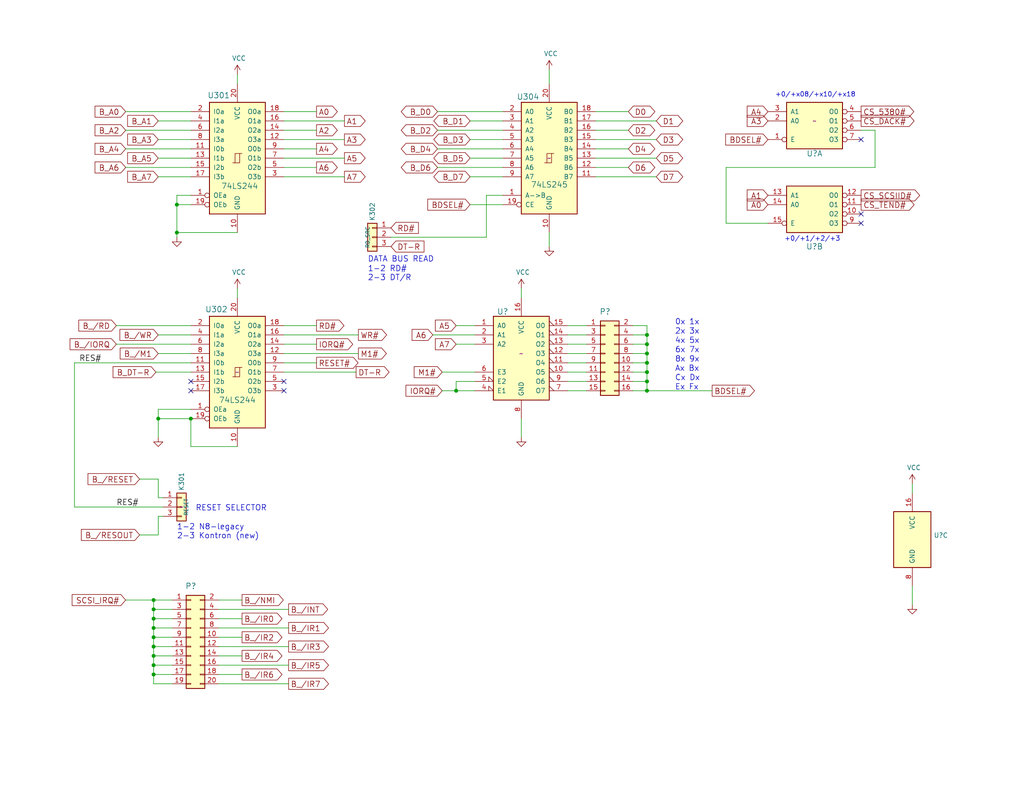
<source format=kicad_sch>
(kicad_sch (version 20211123) (generator eeschema)
  (paper "A")
  (title_block (title "ECB SCSI-1.0") (date "2020-12-30") (rev "001") (company "RetroBrew Computers Group") (comment 1 "Licensed for hobbyist use only.") (comment 2 "Copyright (c) 2020 Richard Cini. All Rights Reserved."))
  (lib_symbols
    (symbol "74xx:74LS138" (pin_names (offset 1.016))
      (property "Reference" "U" (at -7.62 11.43 0))
      (property "Value" "74LS138" (at -7.62 -13.97 0))
      (symbol "74LS138_1_0"
        (pin input line (at -12.7 7.62 0) (length 5.08) (name "A0") (number "1"))
        (pin output output_low (at 12.7 -5.08 180) (length 5.08) (name "O5") (number "10"))
        (pin output output_low (at 12.7 -2.54 180) (length 5.08) (name "O4") (number "11"))
        (pin output output_low (at 12.7 0 180) (length 5.08) (name "O3") (number "12"))
        (pin output output_low (at 12.7 2.54 180) (length 5.08) (name "O2") (number "13"))
        (pin output output_low (at 12.7 5.08 180) (length 5.08) (name "O1") (number "14"))
        (pin output output_low (at 12.7 7.62 180) (length 5.08) (name "O0") (number "15"))
        (pin power_in line (at 0 15.24 270) (length 5.08) (name "VCC") (number "16"))
        (pin input line (at -12.7 5.08 0) (length 5.08) (name "A1") (number "2"))
        (pin input line (at -12.7 2.54 0) (length 5.08) (name "A2") (number "3"))
        (pin input input_low (at -12.7 -10.16 0) (length 5.08) (name "E1") (number "4"))
        (pin input input_low (at -12.7 -7.62 0) (length 5.08) (name "E2") (number "5"))
        (pin input line (at -12.7 -5.08 0) (length 5.08) (name "E3") (number "6"))
        (pin output output_low (at 12.7 -10.16 180) (length 5.08) (name "O7") (number "7"))
        (pin power_in line (at 0 -17.78 90) (length 5.08) (name "GND") (number "8"))
        (pin output output_low (at 12.7 -7.62 180) (length 5.08) (name "O6") (number "9"))
      )
      (symbol "74LS138_1_1"
        (rectangle (start -7.62 10.16) (end 7.62 -12.7) (stroke (width 0.254)) (fill (type background)))
      )
    )
    (symbol "74xx:74LS139" (pin_names (offset 1.016))
      (property "Reference" "U" (at -7.62 8.89 0))
      (property "Value" "74LS139" (at -7.62 -8.89 0))
      (symbol "74LS139_1_0"
        (pin input inverted (at -12.7 -5.08 0) (length 5.08) (name "E") (number "1"))
        (pin input line (at -12.7 0 0) (length 5.08) (name "A0") (number "2"))
        (pin input line (at -12.7 2.54 0) (length 5.08) (name "A1") (number "3"))
        (pin output inverted (at 12.7 2.54 180) (length 5.08) (name "O0") (number "4"))
        (pin output inverted (at 12.7 0 180) (length 5.08) (name "O1") (number "5"))
        (pin output inverted (at 12.7 -2.54 180) (length 5.08) (name "O2") (number "6"))
        (pin output inverted (at 12.7 -5.08 180) (length 5.08) (name "O3") (number "7"))
      )
      (symbol "74LS139_1_1"
        (rectangle (start -7.62 5.08) (end 7.62 -7.62) (stroke (width 0.254)) (fill (type background)))
      )
      (symbol "74LS139_2_0"
        (pin output inverted (at 12.7 -2.54 180) (length 5.08) (name "O2") (number "10"))
        (pin output inverted (at 12.7 0 180) (length 5.08) (name "O1") (number "11"))
        (pin output inverted (at 12.7 2.54 180) (length 5.08) (name "O0") (number "12"))
        (pin input line (at -12.7 2.54 0) (length 5.08) (name "A1") (number "13"))
        (pin input line (at -12.7 0 0) (length 5.08) (name "A0") (number "14"))
        (pin input inverted (at -12.7 -5.08 0) (length 5.08) (name "E") (number "15"))
        (pin output inverted (at 12.7 -5.08 180) (length 5.08) (name "O3") (number "9"))
      )
      (symbol "74LS139_2_1"
        (rectangle (start -7.62 5.08) (end 7.62 -7.62) (stroke (width 0.254)) (fill (type background)))
      )
      (symbol "74LS139_3_0"
        (pin power_in line (at 0 12.7 270) (length 5.08) (name "VCC") (number "16"))
        (pin power_in line (at 0 -12.7 90) (length 5.08) (name "GND") (number "8"))
      )
      (symbol "74LS139_3_1"
        (rectangle (start -5.08 7.62) (end 5.08 -7.62) (stroke (width 0.254)) (fill (type background)))
      )
    )
    (symbol "74xx:74LS244" (pin_names (offset 1.016))
      (property "Reference" "U" (at -7.62 16.51 0))
      (property "Value" "74LS244" (at -7.62 -16.51 0))
      (symbol "74LS244_1_0"
        (polyline (pts (xy -0.635 -1.27) (xy -0.635 1.27) (xy 0.635 1.27)))
        (polyline (pts (xy -1.27 -1.27) (xy 0.635 -1.27) (xy 0.635 1.27) (xy 1.27 1.27)))
        (pin input inverted (at -12.7 -10.16 0) (length 5.08) (name "OEa") (number "1"))
        (pin power_in line (at 0 -20.32 90) (length 5.08) (name "GND") (number "10"))
        (pin input line (at -12.7 2.54 0) (length 5.08) (name "I0b") (number "11"))
        (pin tri_state line (at 12.7 5.08 180) (length 5.08) (name "O3a") (number "12"))
        (pin input line (at -12.7 0 0) (length 5.08) (name "I1b") (number "13"))
        (pin tri_state line (at 12.7 7.62 180) (length 5.08) (name "O2a") (number "14"))
        (pin input line (at -12.7 -2.54 0) (length 5.08) (name "I2b") (number "15"))
        (pin tri_state line (at 12.7 10.16 180) (length 5.08) (name "O1a") (number "16"))
        (pin input line (at -12.7 -5.08 0) (length 5.08) (name "I3b") (number "17"))
        (pin tri_state line (at 12.7 12.7 180) (length 5.08) (name "O0a") (number "18"))
        (pin input inverted (at -12.7 -12.7 0) (length 5.08) (name "OEb") (number "19"))
        (pin input line (at -12.7 12.7 0) (length 5.08) (name "I0a") (number "2"))
        (pin power_in line (at 0 20.32 270) (length 5.08) (name "VCC") (number "20"))
        (pin tri_state line (at 12.7 -5.08 180) (length 5.08) (name "O3b") (number "3"))
        (pin input line (at -12.7 10.16 0) (length 5.08) (name "I1a") (number "4"))
        (pin tri_state line (at 12.7 -2.54 180) (length 5.08) (name "O2b") (number "5"))
        (pin input line (at -12.7 7.62 0) (length 5.08) (name "I2a") (number "6"))
        (pin tri_state line (at 12.7 0 180) (length 5.08) (name "O1b") (number "7"))
        (pin input line (at -12.7 5.08 0) (length 5.08) (name "I3a") (number "8"))
        (pin tri_state line (at 12.7 2.54 180) (length 5.08) (name "O0b") (number "9"))
      )
      (symbol "74LS244_1_1"
        (rectangle (start -7.62 15.24) (end 7.62 -15.24) (stroke (width 0.254)) (fill (type background)))
      )
    )
    (symbol "74xx:74LS245" (pin_names (offset 1.016))
      (property "Reference" "U" (at -7.62 16.51 0))
      (property "Value" "74LS245" (at -7.62 -16.51 0))
      (symbol "74LS245_1_0"
        (polyline (pts (xy -0.635 -1.27) (xy -0.635 1.27) (xy 0.635 1.27)))
        (polyline (pts (xy -1.27 -1.27) (xy 0.635 -1.27) (xy 0.635 1.27) (xy 1.27 1.27)))
        (pin input line (at -12.7 -10.16 0) (length 5.08) (name "A->B") (number "1"))
        (pin power_in line (at 0 -20.32 90) (length 5.08) (name "GND") (number "10"))
        (pin tri_state line (at 12.7 -5.08 180) (length 5.08) (name "B7") (number "11"))
        (pin tri_state line (at 12.7 -2.54 180) (length 5.08) (name "B6") (number "12"))
        (pin tri_state line (at 12.7 0 180) (length 5.08) (name "B5") (number "13"))
        (pin tri_state line (at 12.7 2.54 180) (length 5.08) (name "B4") (number "14"))
        (pin tri_state line (at 12.7 5.08 180) (length 5.08) (name "B3") (number "15"))
        (pin tri_state line (at 12.7 7.62 180) (length 5.08) (name "B2") (number "16"))
        (pin tri_state line (at 12.7 10.16 180) (length 5.08) (name "B1") (number "17"))
        (pin tri_state line (at 12.7 12.7 180) (length 5.08) (name "B0") (number "18"))
        (pin input inverted (at -12.7 -12.7 0) (length 5.08) (name "CE") (number "19"))
        (pin tri_state line (at -12.7 12.7 0) (length 5.08) (name "A0") (number "2"))
        (pin power_in line (at 0 20.32 270) (length 5.08) (name "VCC") (number "20"))
        (pin tri_state line (at -12.7 10.16 0) (length 5.08) (name "A1") (number "3"))
        (pin tri_state line (at -12.7 7.62 0) (length 5.08) (name "A2") (number "4"))
        (pin tri_state line (at -12.7 5.08 0) (length 5.08) (name "A3") (number "5"))
        (pin tri_state line (at -12.7 2.54 0) (length 5.08) (name "A4") (number "6"))
        (pin tri_state line (at -12.7 0 0) (length 5.08) (name "A5") (number "7"))
        (pin tri_state line (at -12.7 -2.54 0) (length 5.08) (name "A6") (number "8"))
        (pin tri_state line (at -12.7 -5.08 0) (length 5.08) (name "A7") (number "9"))
      )
      (symbol "74LS245_1_1"
        (rectangle (start -7.62 15.24) (end 7.62 -15.24) (stroke (width 0.254)) (fill (type background)))
      )
    )
    (symbol "Connector_Generic:Conn_01x03" (pin_names (offset 1.016) hide)
      (property "Reference" "J" (at 0 5.08 0))
      (property "Value" "Conn_01x03" (at 0 -5.08 0))
      (symbol "Conn_01x03_1_1"
        (rectangle (start -1.27 -2.413) (end 0 -2.667) (stroke (width 0.1524)))
        (rectangle (start -1.27 0.127) (end 0 -0.127) (stroke (width 0.1524)))
        (rectangle (start -1.27 2.667) (end 0 2.413) (stroke (width 0.1524)))
        (rectangle (start -1.27 3.81) (end 1.27 -3.81) (stroke (width 0.254)) (fill (type background)))
        (pin passive line (at -5.08 2.54 0) (length 3.81) (name "Pin_1") (number "1"))
        (pin passive line (at -5.08 0 0) (length 3.81) (name "Pin_2") (number "2"))
        (pin passive line (at -5.08 -2.54 0) (length 3.81) (name "Pin_3") (number "3"))
      )
    )
    (symbol "Connector_Generic:Conn_02x08_Odd_Even" (pin_names (offset 1.016) hide)
      (property "Reference" "J" (at 1.27 10.16 0))
      (property "Value" "Conn_02x08_Odd_Even" (at 1.27 -12.7 0))
      (symbol "Conn_02x08_Odd_Even_1_1"
        (rectangle (start -1.27 -10.033) (end 0 -10.287) (stroke (width 0.1524)))
        (rectangle (start -1.27 -7.493) (end 0 -7.747) (stroke (width 0.1524)))
        (rectangle (start -1.27 -4.953) (end 0 -5.207) (stroke (width 0.1524)))
        (rectangle (start -1.27 -2.413) (end 0 -2.667) (stroke (width 0.1524)))
        (rectangle (start -1.27 0.127) (end 0 -0.127) (stroke (width 0.1524)))
        (rectangle (start -1.27 2.667) (end 0 2.413) (stroke (width 0.1524)))
        (rectangle (start -1.27 5.207) (end 0 4.953) (stroke (width 0.1524)))
        (rectangle (start -1.27 7.747) (end 0 7.493) (stroke (width 0.1524)))
        (rectangle (start -1.27 8.89) (end 3.81 -11.43) (stroke (width 0.254)) (fill (type background)))
        (rectangle (start 3.81 -10.033) (end 2.54 -10.287) (stroke (width 0.1524)))
        (rectangle (start 3.81 -7.493) (end 2.54 -7.747) (stroke (width 0.1524)))
        (rectangle (start 3.81 -4.953) (end 2.54 -5.207) (stroke (width 0.1524)))
        (rectangle (start 3.81 -2.413) (end 2.54 -2.667) (stroke (width 0.1524)))
        (rectangle (start 3.81 0.127) (end 2.54 -0.127) (stroke (width 0.1524)))
        (rectangle (start 3.81 2.667) (end 2.54 2.413) (stroke (width 0.1524)))
        (rectangle (start 3.81 5.207) (end 2.54 4.953) (stroke (width 0.1524)))
        (rectangle (start 3.81 7.747) (end 2.54 7.493) (stroke (width 0.1524)))
        (pin passive line (at -5.08 7.62 0) (length 3.81) (name "Pin_1") (number "1"))
        (pin passive line (at 7.62 -2.54 180) (length 3.81) (name "Pin_10") (number "10"))
        (pin passive line (at -5.08 -5.08 0) (length 3.81) (name "Pin_11") (number "11"))
        (pin passive line (at 7.62 -5.08 180) (length 3.81) (name "Pin_12") (number "12"))
        (pin passive line (at -5.08 -7.62 0) (length 3.81) (name "Pin_13") (number "13"))
        (pin passive line (at 7.62 -7.62 180) (length 3.81) (name "Pin_14") (number "14"))
        (pin passive line (at -5.08 -10.16 0) (length 3.81) (name "Pin_15") (number "15"))
        (pin passive line (at 7.62 -10.16 180) (length 3.81) (name "Pin_16") (number "16"))
        (pin passive line (at 7.62 7.62 180) (length 3.81) (name "Pin_2") (number "2"))
        (pin passive line (at -5.08 5.08 0) (length 3.81) (name "Pin_3") (number "3"))
        (pin passive line (at 7.62 5.08 180) (length 3.81) (name "Pin_4") (number "4"))
        (pin passive line (at -5.08 2.54 0) (length 3.81) (name "Pin_5") (number "5"))
        (pin passive line (at 7.62 2.54 180) (length 3.81) (name "Pin_6") (number "6"))
        (pin passive line (at -5.08 0 0) (length 3.81) (name "Pin_7") (number "7"))
        (pin passive line (at 7.62 0 180) (length 3.81) (name "Pin_8") (number "8"))
        (pin passive line (at -5.08 -2.54 0) (length 3.81) (name "Pin_9") (number "9"))
      )
    )
    (symbol "Connector_Generic:Conn_02x10_Odd_Even" (pin_names (offset 1.016) hide)
      (property "Reference" "J" (at 1.27 12.7 0))
      (property "Value" "Conn_02x10_Odd_Even" (at 1.27 -15.24 0))
      (symbol "Conn_02x10_Odd_Even_1_1"
        (rectangle (start -1.27 -12.573) (end 0 -12.827) (stroke (width 0.1524)))
        (rectangle (start -1.27 -10.033) (end 0 -10.287) (stroke (width 0.1524)))
        (rectangle (start -1.27 -7.493) (end 0 -7.747) (stroke (width 0.1524)))
        (rectangle (start -1.27 -4.953) (end 0 -5.207) (stroke (width 0.1524)))
        (rectangle (start -1.27 -2.413) (end 0 -2.667) (stroke (width 0.1524)))
        (rectangle (start -1.27 0.127) (end 0 -0.127) (stroke (width 0.1524)))
        (rectangle (start -1.27 2.667) (end 0 2.413) (stroke (width 0.1524)))
        (rectangle (start -1.27 5.207) (end 0 4.953) (stroke (width 0.1524)))
        (rectangle (start -1.27 7.747) (end 0 7.493) (stroke (width 0.1524)))
        (rectangle (start -1.27 10.287) (end 0 10.033) (stroke (width 0.1524)))
        (rectangle (start -1.27 11.43) (end 3.81 -13.97) (stroke (width 0.254)) (fill (type background)))
        (rectangle (start 3.81 -12.573) (end 2.54 -12.827) (stroke (width 0.1524)))
        (rectangle (start 3.81 -10.033) (end 2.54 -10.287) (stroke (width 0.1524)))
        (rectangle (start 3.81 -7.493) (end 2.54 -7.747) (stroke (width 0.1524)))
        (rectangle (start 3.81 -4.953) (end 2.54 -5.207) (stroke (width 0.1524)))
        (rectangle (start 3.81 -2.413) (end 2.54 -2.667) (stroke (width 0.1524)))
        (rectangle (start 3.81 0.127) (end 2.54 -0.127) (stroke (width 0.1524)))
        (rectangle (start 3.81 2.667) (end 2.54 2.413) (stroke (width 0.1524)))
        (rectangle (start 3.81 5.207) (end 2.54 4.953) (stroke (width 0.1524)))
        (rectangle (start 3.81 7.747) (end 2.54 7.493) (stroke (width 0.1524)))
        (rectangle (start 3.81 10.287) (end 2.54 10.033) (stroke (width 0.1524)))
        (pin passive line (at -5.08 10.16 0) (length 3.81) (name "Pin_1") (number "1"))
        (pin passive line (at 7.62 0 180) (length 3.81) (name "Pin_10") (number "10"))
        (pin passive line (at -5.08 -2.54 0) (length 3.81) (name "Pin_11") (number "11"))
        (pin passive line (at 7.62 -2.54 180) (length 3.81) (name "Pin_12") (number "12"))
        (pin passive line (at -5.08 -5.08 0) (length 3.81) (name "Pin_13") (number "13"))
        (pin passive line (at 7.62 -5.08 180) (length 3.81) (name "Pin_14") (number "14"))
        (pin passive line (at -5.08 -7.62 0) (length 3.81) (name "Pin_15") (number "15"))
        (pin passive line (at 7.62 -7.62 180) (length 3.81) (name "Pin_16") (number "16"))
        (pin passive line (at -5.08 -10.16 0) (length 3.81) (name "Pin_17") (number "17"))
        (pin passive line (at 7.62 -10.16 180) (length 3.81) (name "Pin_18") (number "18"))
        (pin passive line (at -5.08 -12.7 0) (length 3.81) (name "Pin_19") (number "19"))
        (pin passive line (at 7.62 10.16 180) (length 3.81) (name "Pin_2") (number "2"))
        (pin passive line (at 7.62 -12.7 180) (length 3.81) (name "Pin_20") (number "20"))
        (pin passive line (at -5.08 7.62 0) (length 3.81) (name "Pin_3") (number "3"))
        (pin passive line (at 7.62 7.62 180) (length 3.81) (name "Pin_4") (number "4"))
        (pin passive line (at -5.08 5.08 0) (length 3.81) (name "Pin_5") (number "5"))
        (pin passive line (at 7.62 5.08 180) (length 3.81) (name "Pin_6") (number "6"))
        (pin passive line (at -5.08 2.54 0) (length 3.81) (name "Pin_7") (number "7"))
        (pin passive line (at 7.62 2.54 180) (length 3.81) (name "Pin_8") (number "8"))
        (pin passive line (at -5.08 0 0) (length 3.81) (name "Pin_9") (number "9"))
      )
    )
    (symbol "power:GND" (power) (pin_names (offset 0))
      (property "Value" "GND" (at 0 -3.81 0))
      (symbol "GND_0_1"
        (polyline (pts (xy 0 0) (xy 0 -1.27) (xy 1.27 -1.27) (xy 0 -2.54) (xy -1.27 -1.27) (xy 0 -1.27)))
      )
      (symbol "GND_1_1"
        (pin power_in line (at 0 0 270) (length 0) hide (name "GND") (number "1"))
      )
    )
    (symbol "power:VCC" (power) (pin_names (offset 0))
      (property "Value" "VCC" (at 0 3.81 0))
      (symbol "VCC_0_1"
        (polyline (pts (xy -0.762 1.27) (xy 0 2.54)))
        (polyline (pts (xy 0 0) (xy 0 2.54)))
        (polyline (pts (xy 0 2.54) (xy 0.762 1.27)))
      )
      (symbol "VCC_1_1"
        (pin power_in line (at 0 0 90) (length 0) hide (name "VCC") (number "1"))
      )
    )
  )
  (junction (at 41.91 184.15))
  (junction (at 41.91 166.37))
  (junction (at 176.53 96.52))
  (junction (at 176.53 104.14))
  (junction (at 52.07 114.3))
  (junction (at 176.53 101.6))
  (junction (at 41.91 171.45))
  (junction (at 176.53 106.68))
  (junction (at 176.53 99.06))
  (junction (at 176.53 91.44))
  (junction (at 41.91 181.61))
  (junction (at 41.91 168.91))
  (junction (at 176.53 93.98))
  (junction (at 41.91 163.83))
  (junction (at 41.91 179.07))
  (junction (at 43.18 114.3))
  (junction (at 48.26 63.5))
  (junction (at 48.26 55.88))
  (junction (at 41.91 173.99))
  (junction (at 124.46 106.68))
  (junction (at 41.91 176.53))
  (no_connect (at 77.47 106.68))
  (no_connect (at 52.07 104.14))
  (no_connect (at 77.47 104.14))
  (no_connect (at 234.95 60.96))
  (no_connect (at 234.95 58.42))
  (no_connect (at 52.07 106.68))
  (no_connect (at 234.95 38.1))
  (wire (pts (xy 132.715 64.77) (xy 106.68 64.77)))
  (wire (pts (xy 59.69 166.37) (xy 78.74 166.37)))
  (wire (pts (xy 120.65 101.6) (xy 129.54 101.6)))
  (wire (pts (xy 41.91 173.99) (xy 41.91 176.53)))
  (wire (pts (xy 41.91 186.69) (xy 46.99 186.69)))
  (wire (pts (xy 64.77 78.74) (xy 64.77 81.28)))
  (wire (pts (xy 128.27 38.1) (xy 137.16 38.1)))
  (wire (pts (xy 238.76 45.72) (xy 198.12 45.72)))
  (wire (pts (xy 77.47 33.02) (xy 93.98 33.02)))
  (wire (pts (xy 137.16 55.88) (xy 128.27 55.88)))
  (wire (pts (xy 43.18 146.05) (xy 43.18 140.97)))
  (wire (pts (xy 59.69 168.91) (xy 66.04 168.91)))
  (wire (pts (xy 46.99 184.15) (xy 41.91 184.15)))
  (wire (pts (xy 176.53 93.98) (xy 176.53 91.44)))
  (wire (pts (xy 77.47 30.48) (xy 86.36 30.48)))
  (wire (pts (xy 119.38 45.72) (xy 137.16 45.72)))
  (wire (pts (xy 77.47 43.18) (xy 93.98 43.18)))
  (wire (pts (xy 31.75 93.98) (xy 52.07 93.98)))
  (wire (pts (xy 172.72 106.68) (xy 176.53 106.68)))
  (wire (pts (xy 160.02 88.9) (xy 154.94 88.9)))
  (wire (pts (xy 41.91 166.37) (xy 46.99 166.37)))
  (wire (pts (xy 41.91 166.37) (xy 41.91 168.91)))
  (wire (pts (xy 43.18 130.81) (xy 43.18 135.89)))
  (wire (pts (xy 77.47 88.9) (xy 86.36 88.9)))
  (wire (pts (xy 124.46 93.98) (xy 129.54 93.98)))
  (wire (pts (xy 198.12 45.72) (xy 198.12 60.96)))
  (wire (pts (xy 59.69 186.69) (xy 78.74 186.69)))
  (wire (pts (xy 77.47 99.06) (xy 86.36 99.06)))
  (wire (pts (xy 176.53 99.06) (xy 176.53 96.52)))
  (wire (pts (xy 59.69 171.45) (xy 78.74 171.45)))
  (wire (pts (xy 59.69 173.99) (xy 66.04 173.99)))
  (wire (pts (xy 41.91 176.53) (xy 41.91 179.07)))
  (wire (pts (xy 176.53 91.44) (xy 172.72 91.44)))
  (wire (pts (xy 162.56 35.56) (xy 171.45 35.56)))
  (wire (pts (xy 52.07 55.88) (xy 48.26 55.88)))
  (wire (pts (xy 44.45 140.97) (xy 43.18 140.97)))
  (wire (pts (xy 43.18 48.26) (xy 52.07 48.26)))
  (wire (pts (xy 59.69 176.53) (xy 78.74 176.53)))
  (wire (pts (xy 124.46 104.14) (xy 124.46 106.68)))
  (wire (pts (xy 52.07 114.3) (xy 52.07 121.92)))
  (wire (pts (xy 137.16 53.34) (xy 132.715 53.34)))
  (wire (pts (xy 194.31 106.68) (xy 176.53 106.68)))
  (wire (pts (xy 43.18 114.3) (xy 52.07 114.3)))
  (wire (pts (xy 77.47 40.64) (xy 86.36 40.64)))
  (wire (pts (xy 41.91 163.83) (xy 41.91 166.37)))
  (wire (pts (xy 38.1 130.81) (xy 43.18 130.81)))
  (wire (pts (xy 20.32 138.43) (xy 44.45 138.43)))
  (wire (pts (xy 248.92 165.1) (xy 248.92 160.02)))
  (wire (pts (xy 162.56 38.1) (xy 179.07 38.1)))
  (wire (pts (xy 43.18 96.52) (xy 52.07 96.52)))
  (wire (pts (xy 234.95 35.56) (xy 238.76 35.56)))
  (wire (pts (xy 77.47 101.6) (xy 97.155 101.6)))
  (wire (pts (xy 48.26 55.88) (xy 48.26 63.5)))
  (wire (pts (xy 149.86 63.5) (xy 149.86 67.31)))
  (wire (pts (xy 46.99 173.99) (xy 41.91 173.99)))
  (wire (pts (xy 48.26 53.34) (xy 52.07 53.34)))
  (wire (pts (xy 77.47 48.26) (xy 93.98 48.26)))
  (wire (pts (xy 43.18 111.76) (xy 52.07 111.76)))
  (wire (pts (xy 162.56 45.72) (xy 171.45 45.72)))
  (wire (pts (xy 172.72 93.98) (xy 176.53 93.98)))
  (wire (pts (xy 41.91 171.45) (xy 46.99 171.45)))
  (wire (pts (xy 41.91 179.07) (xy 41.91 181.61)))
  (wire (pts (xy 248.92 132.08) (xy 248.92 134.62)))
  (wire (pts (xy 176.53 101.6) (xy 172.72 101.6)))
  (wire (pts (xy 162.56 43.18) (xy 179.07 43.18)))
  (wire (pts (xy 124.46 106.68) (xy 129.54 106.68)))
  (wire (pts (xy 59.69 184.15) (xy 66.04 184.15)))
  (wire (pts (xy 59.69 181.61) (xy 78.74 181.61)))
  (wire (pts (xy 162.56 48.26) (xy 179.07 48.26)))
  (wire (pts (xy 120.65 106.68) (xy 124.46 106.68)))
  (wire (pts (xy 124.46 88.9) (xy 129.54 88.9)))
  (wire (pts (xy 154.94 91.44) (xy 160.02 91.44)))
  (wire (pts (xy 128.27 48.26) (xy 137.16 48.26)))
  (wire (pts (xy 176.53 104.14) (xy 176.53 101.6)))
  (wire (pts (xy 176.53 101.6) (xy 176.53 99.06)))
  (wire (pts (xy 34.29 45.72) (xy 52.07 45.72)))
  (wire (pts (xy 149.86 19.05) (xy 149.86 22.86)))
  (wire (pts (xy 176.53 88.9) (xy 176.53 91.44)))
  (wire (pts (xy 119.38 35.56) (xy 137.16 35.56)))
  (wire (pts (xy 160.02 96.52) (xy 154.94 96.52)))
  (wire (pts (xy 154.94 104.14) (xy 160.02 104.14)))
  (wire (pts (xy 198.12 60.96) (xy 209.55 60.96)))
  (wire (pts (xy 43.18 33.02) (xy 52.07 33.02)))
  (wire (pts (xy 176.53 99.06) (xy 172.72 99.06)))
  (wire (pts (xy 52.07 121.92) (xy 64.77 121.92)))
  (wire (pts (xy 44.45 135.89) (xy 43.18 135.89)))
  (wire (pts (xy 160.02 93.98) (xy 154.94 93.98)))
  (wire (pts (xy 34.29 35.56) (xy 52.07 35.56)))
  (wire (pts (xy 59.69 179.07) (xy 66.04 179.07)))
  (wire (pts (xy 176.53 93.98) (xy 176.53 96.52)))
  (wire (pts (xy 132.715 53.34) (xy 132.715 64.77)))
  (wire (pts (xy 46.99 163.83) (xy 41.91 163.83)))
  (wire (pts (xy 43.18 38.1) (xy 52.07 38.1)))
  (wire (pts (xy 20.32 99.06) (xy 52.07 99.06)))
  (wire (pts (xy 52.07 88.9) (xy 31.75 88.9)))
  (wire (pts (xy 238.76 35.56) (xy 238.76 45.72)))
  (wire (pts (xy 77.47 38.1) (xy 93.98 38.1)))
  (wire (pts (xy 59.69 163.83) (xy 66.04 163.83)))
  (wire (pts (xy 154.94 99.06) (xy 160.02 99.06)))
  (wire (pts (xy 46.99 179.07) (xy 41.91 179.07)))
  (wire (pts (xy 43.18 43.18) (xy 52.07 43.18)))
  (wire (pts (xy 64.77 63.5) (xy 48.26 63.5)))
  (wire (pts (xy 41.91 163.83) (xy 34.29 163.83)))
  (wire (pts (xy 41.91 181.61) (xy 46.99 181.61)))
  (wire (pts (xy 172.72 88.9) (xy 176.53 88.9)))
  (wire (pts (xy 77.47 91.44) (xy 97.79 91.44)))
  (wire (pts (xy 128.27 33.02) (xy 137.16 33.02)))
  (wire (pts (xy 41.91 184.15) (xy 41.91 186.69)))
  (wire (pts (xy 41.91 176.53) (xy 46.99 176.53)))
  (wire (pts (xy 77.47 96.52) (xy 97.79 96.52)))
  (wire (pts (xy 176.53 104.14) (xy 172.72 104.14)))
  (wire (pts (xy 41.91 181.61) (xy 41.91 184.15)))
  (wire (pts (xy 34.29 30.48) (xy 52.07 30.48)))
  (wire (pts (xy 162.56 40.64) (xy 171.45 40.64)))
  (wire (pts (xy 160.02 106.68) (xy 154.94 106.68)))
  (wire (pts (xy 162.56 33.02) (xy 179.07 33.02)))
  (wire (pts (xy 162.56 30.48) (xy 171.45 30.48)))
  (wire (pts (xy 48.26 63.5) (xy 48.26 64.77)))
  (wire (pts (xy 118.11 91.44) (xy 129.54 91.44)))
  (wire (pts (xy 142.24 119.38) (xy 142.24 114.3)))
  (wire (pts (xy 176.53 96.52) (xy 172.72 96.52)))
  (wire (pts (xy 34.29 40.64) (xy 52.07 40.64)))
  (wire (pts (xy 41.91 171.45) (xy 41.91 173.99)))
  (wire (pts (xy 46.99 168.91) (xy 41.91 168.91)))
  (wire (pts (xy 176.53 106.68) (xy 176.53 104.14)))
  (wire (pts (xy 38.1 146.05) (xy 43.18 146.05)))
  (wire (pts (xy 119.38 40.64) (xy 137.16 40.64)))
  (wire (pts (xy 20.32 99.06) (xy 20.32 138.43)))
  (wire (pts (xy 64.77 20.32) (xy 64.77 22.86)))
  (wire (pts (xy 119.38 30.48) (xy 137.16 30.48)))
  (wire (pts (xy 77.47 45.72) (xy 86.36 45.72)))
  (wire (pts (xy 77.47 93.98) (xy 86.36 93.98)))
  (wire (pts (xy 124.46 104.14) (xy 129.54 104.14)))
  (wire (pts (xy 43.18 91.44) (xy 52.07 91.44)))
  (wire (pts (xy 160.02 101.6) (xy 154.94 101.6)))
  (wire (pts (xy 43.18 111.76) (xy 43.18 114.3)))
  (wire (pts (xy 142.24 78.74) (xy 142.24 81.28)))
  (wire (pts (xy 77.47 35.56) (xy 86.36 35.56)))
  (wire (pts (xy 42.545 101.6) (xy 52.07 101.6)))
  (wire (pts (xy 41.91 168.91) (xy 41.91 171.45)))
  (wire (pts (xy 128.27 43.18) (xy 137.16 43.18)))
  (wire (pts (xy 43.18 114.3) (xy 43.18 119.38)))
  (wire (pts (xy 48.26 53.34) (xy 48.26 55.88)))
  (text "RESET SELECTOR" (at 53.34 139.7 0) (effects (font (size 1.524 1.524)) (justify left bottom)))
  (text "DATA BUS READ" (at 100.33 71.755 0) (effects (font (size 1.524 1.524)) (justify left bottom)))
  (text "1-2 N8-legacy\n2-3 Kontron (new)" (at 48.26 147.32 0) (effects (font (size 1.524 1.524)) (justify left bottom)))
  (text "8x 9x" (at 184.15 99.06 0) (effects (font (size 1.524 1.524)) (justify left bottom)))
  (text "+0/+x08/+x10/+x18" (at 211.455 26.67 0) (effects (font (size 1.27 1.27)) (justify left bottom)))
  (text "0x 1x" (at 184.15 88.9 0) (effects (font (size 1.524 1.524)) (justify left bottom)))
  (text "6x 7x" (at 184.15 96.52 0) (effects (font (size 1.524 1.524)) (justify left bottom)))
  (text "2x 3x" (at 184.15 91.44 0) (effects (font (size 1.524 1.524)) (justify left bottom)))
  (text "Ax Bx" (at 184.15 101.6 0) (effects (font (size 1.524 1.524)) (justify left bottom)))
  (text "4x 5x" (at 184.15 93.98 0) (effects (font (size 1.524 1.524)) (justify left bottom)))
  (text "Cx Dx" (at 184.15 104.14 0) (effects (font (size 1.524 1.524)) (justify left bottom)))
  (text "1-2 RD#\n2-3 DT/R" (at 100.33 76.835 0) (effects (font (size 1.524 1.524)) (justify left bottom)))
  (text "Ex Fx" (at 184.15 106.68 0) (effects (font (size 1.524 1.524)) (justify left bottom)))
  (text "+0/+1/+2/+3" (at 213.995 66.04 0) (effects (font (size 1.27 1.27)) (justify left bottom)))
  (label "RES#" (at 21.59 99.06 0) (effects (font (size 1.524 1.524))))
  (label "RES#" (at 31.75 138.43 0) (effects (font (size 1.524 1.524))))
  (global_label "IORQ#" (shape input) (at 120.65 106.68 180) (effects (font (size 1.524 1.524))) (property "Intersheet References" "${INTERSHEET_REFS}" (effects hide)))
  (global_label "A6" (shape output) (at 86.36 45.72 0) (effects (font (size 1.524 1.524))) (property "Intersheet References" "${INTERSHEET_REFS}" (effects hide)))
  (global_label "D1" (shape bidirectional) (at 179.07 33.02 0) (effects (font (size 1.524 1.524))) (property "Intersheet References" "${INTERSHEET_REFS}" (effects hide)))
  (global_label "B_D0" (shape tri_state) (at 119.38 30.48 180) (effects (font (size 1.524 1.524))) (property "Intersheet References" "${INTERSHEET_REFS}" (effects hide)))
  (global_label "B_D4" (shape tri_state) (at 119.38 40.64 180) (effects (font (size 1.524 1.524))) (property "Intersheet References" "${INTERSHEET_REFS}" (effects hide)))
  (global_label "A4" (shape output) (at 86.36 40.64 0) (effects (font (size 1.524 1.524))) (property "Intersheet References" "${INTERSHEET_REFS}" (effects hide)))
  (global_label "A1" (shape output) (at 93.98 33.02 0) (effects (font (size 1.524 1.524))) (property "Intersheet References" "${INTERSHEET_REFS}" (effects hide)))
  (global_label "M1#" (shape input) (at 120.65 101.6 180) (effects (font (size 1.524 1.524))) (property "Intersheet References" "${INTERSHEET_REFS}" (effects hide)))
  (global_label "B_D7" (shape tri_state) (at 128.27 48.26 180) (effects (font (size 1.524 1.524))) (property "Intersheet References" "${INTERSHEET_REFS}" (effects hide)))
  (global_label "B_/WR" (shape input) (at 43.18 91.44 180) (effects (font (size 1.524 1.524))) (property "Intersheet References" "${INTERSHEET_REFS}" (effects hide)))
  (global_label "D0" (shape bidirectional) (at 171.45 30.48 0) (effects (font (size 1.524 1.524))) (property "Intersheet References" "${INTERSHEET_REFS}" (effects hide)))
  (global_label "D4" (shape bidirectional) (at 171.45 40.64 0) (effects (font (size 1.524 1.524))) (property "Intersheet References" "${INTERSHEET_REFS}" (effects hide)))
  (global_label "B_A0" (shape input) (at 34.29 30.48 180) (effects (font (size 1.524 1.524))) (property "Intersheet References" "${INTERSHEET_REFS}" (effects hide)))
  (global_label "B_/IR5" (shape output) (at 78.74 181.61 0) (effects (font (size 1.524 1.524))) (property "Intersheet References" "${INTERSHEET_REFS}" (effects hide)))
  (global_label "RESET#" (shape output) (at 86.36 99.06 0) (effects (font (size 1.524 1.524))) (property "Intersheet References" "${INTERSHEET_REFS}" (effects hide)))
  (global_label "D3" (shape bidirectional) (at 179.07 38.1 0) (effects (font (size 1.524 1.524))) (property "Intersheet References" "${INTERSHEET_REFS}" (effects hide)))
  (global_label "B_/IR7" (shape output) (at 78.74 186.69 0) (effects (font (size 1.524 1.524))) (property "Intersheet References" "${INTERSHEET_REFS}" (effects hide)))
  (global_label "A7" (shape output) (at 93.98 48.26 0) (effects (font (size 1.524 1.524))) (property "Intersheet References" "${INTERSHEET_REFS}" (effects hide)))
  (global_label "B_D1" (shape tri_state) (at 128.27 33.02 180) (effects (font (size 1.524 1.524))) (property "Intersheet References" "${INTERSHEET_REFS}" (effects hide)))
  (global_label "A0" (shape input) (at 209.55 55.88 180) (effects (font (size 1.524 1.524))) (property "Intersheet References" "${INTERSHEET_REFS}" (effects hide)))
  (global_label "B_/IR0" (shape output) (at 66.04 168.91 0) (effects (font (size 1.524 1.524))) (property "Intersheet References" "${INTERSHEET_REFS}" (effects hide)))
  (global_label "RD#" (shape input) (at 106.68 62.23 0) (effects (font (size 1.524 1.524))) (property "Intersheet References" "${INTERSHEET_REFS}" (effects hide)))
  (global_label "WR#" (shape output) (at 97.79 91.44 0) (effects (font (size 1.524 1.524))) (property "Intersheet References" "${INTERSHEET_REFS}" (effects hide)))
  (global_label "B_A6" (shape input) (at 34.29 45.72 180) (effects (font (size 1.524 1.524))) (property "Intersheet References" "${INTERSHEET_REFS}" (effects hide)))
  (global_label "A5" (shape output) (at 93.98 43.18 0) (effects (font (size 1.524 1.524))) (property "Intersheet References" "${INTERSHEET_REFS}" (effects hide)))
  (global_label "B_/IR3" (shape output) (at 78.74 176.53 0) (effects (font (size 1.524 1.524))) (property "Intersheet References" "${INTERSHEET_REFS}" (effects hide)))
  (global_label "B_A3" (shape input) (at 43.18 38.1 180) (effects (font (size 1.524 1.524))) (property "Intersheet References" "${INTERSHEET_REFS}" (effects hide)))
  (global_label "M1#" (shape output) (at 97.79 96.52 0) (effects (font (size 1.524 1.524))) (property "Intersheet References" "${INTERSHEET_REFS}" (effects hide)))
  (global_label "B_/IR4" (shape output) (at 66.04 179.07 0) (effects (font (size 1.524 1.524))) (property "Intersheet References" "${INTERSHEET_REFS}" (effects hide)))
  (global_label "B_/IR1" (shape output) (at 78.74 171.45 0) (effects (font (size 1.524 1.524))) (property "Intersheet References" "${INTERSHEET_REFS}" (effects hide)))
  (global_label "B_/RESOUT" (shape input) (at 38.1 146.05 180) (effects (font (size 1.524 1.524))) (property "Intersheet References" "${INTERSHEET_REFS}" (effects hide)))
  (global_label "B_D5" (shape tri_state) (at 128.27 43.18 180) (effects (font (size 1.524 1.524))) (property "Intersheet References" "${INTERSHEET_REFS}" (effects hide)))
  (global_label "B_/INT" (shape output) (at 78.74 166.37 0) (effects (font (size 1.524 1.524))) (property "Intersheet References" "${INTERSHEET_REFS}" (effects hide)))
  (global_label "B_DT-R" (shape input) (at 42.545 101.6 180) (effects (font (size 1.524 1.524))) (property "Intersheet References" "${INTERSHEET_REFS}" (effects hide)))
  (global_label "RD#" (shape output) (at 86.36 88.9 0) (effects (font (size 1.524 1.524))) (property "Intersheet References" "${INTERSHEET_REFS}" (effects hide)))
  (global_label "B_/IR2" (shape output) (at 66.04 173.99 0) (effects (font (size 1.524 1.524))) (property "Intersheet References" "${INTERSHEET_REFS}" (effects hide)))
  (global_label "CS_SCSIID#" (shape output) (at 234.95 53.34 0) (effects (font (size 1.524 1.524))) (property "Intersheet References" "${INTERSHEET_REFS}" (effects hide)))
  (global_label "A5" (shape input) (at 124.46 88.9 180) (effects (font (size 1.524 1.524))) (property "Intersheet References" "${INTERSHEET_REFS}" (effects hide)))
  (global_label "A2" (shape output) (at 86.36 35.56 0) (effects (font (size 1.524 1.524))) (property "Intersheet References" "${INTERSHEET_REFS}" (effects hide)))
  (global_label "A3" (shape input) (at 209.55 33.02 180) (effects (font (size 1.524 1.524))) (property "Intersheet References" "${INTERSHEET_REFS}" (effects hide)))
  (global_label "D5" (shape bidirectional) (at 179.07 43.18 0) (effects (font (size 1.524 1.524))) (property "Intersheet References" "${INTERSHEET_REFS}" (effects hide)))
  (global_label "D2" (shape bidirectional) (at 171.45 35.56 0) (effects (font (size 1.524 1.524))) (property "Intersheet References" "${INTERSHEET_REFS}" (effects hide)))
  (global_label "A7" (shape input) (at 124.46 93.98 180) (effects (font (size 1.524 1.524))) (property "Intersheet References" "${INTERSHEET_REFS}" (effects hide)))
  (global_label "B_A2" (shape input) (at 34.29 35.56 180) (effects (font (size 1.524 1.524))) (property "Intersheet References" "${INTERSHEET_REFS}" (effects hide)))
  (global_label "DT-R" (shape input) (at 106.68 67.31 0) (effects (font (size 1.524 1.524))) (property "Intersheet References" "${INTERSHEET_REFS}" (effects hide)))
  (global_label "B_/RD" (shape input) (at 31.75 88.9 180) (effects (font (size 1.524 1.524))) (property "Intersheet References" "${INTERSHEET_REFS}" (effects hide)))
  (global_label "D7" (shape bidirectional) (at 179.07 48.26 0) (effects (font (size 1.524 1.524))) (property "Intersheet References" "${INTERSHEET_REFS}" (effects hide)))
  (global_label "DT-R" (shape output) (at 97.155 101.6 0) (effects (font (size 1.524 1.524))) (property "Intersheet References" "${INTERSHEET_REFS}" (effects hide)))
  (global_label "A4" (shape input) (at 209.55 30.48 180) (effects (font (size 1.524 1.524))) (property "Intersheet References" "${INTERSHEET_REFS}" (effects hide)))
  (global_label "B_A7" (shape input) (at 43.18 48.26 180) (effects (font (size 1.524 1.524))) (property "Intersheet References" "${INTERSHEET_REFS}" (effects hide)))
  (global_label "IORQ#" (shape output) (at 86.36 93.98 0) (effects (font (size 1.524 1.524))) (property "Intersheet References" "${INTERSHEET_REFS}" (effects hide)))
  (global_label "B_/IORQ" (shape input) (at 31.75 93.98 180) (effects (font (size 1.524 1.524))) (property "Intersheet References" "${INTERSHEET_REFS}" (effects hide)))
  (global_label "SCSI_IRQ#" (shape input) (at 34.29 163.83 180) (effects (font (size 1.524 1.524))) (property "Intersheet References" "${INTERSHEET_REFS}" (effects hide)))
  (global_label "B_/RESET" (shape input) (at 38.1 130.81 180) (effects (font (size 1.524 1.524))) (property "Intersheet References" "${INTERSHEET_REFS}" (effects hide)))
  (global_label "B_D2" (shape tri_state) (at 119.38 35.56 180) (effects (font (size 1.524 1.524))) (property "Intersheet References" "${INTERSHEET_REFS}" (effects hide)))
  (global_label "B_A5" (shape input) (at 43.18 43.18 180) (effects (font (size 1.524 1.524))) (property "Intersheet References" "${INTERSHEET_REFS}" (effects hide)))
  (global_label "A3" (shape output) (at 93.98 38.1 0) (effects (font (size 1.524 1.524))) (property "Intersheet References" "${INTERSHEET_REFS}" (effects hide)))
  (global_label "B_/M1" (shape input) (at 43.18 96.52 180) (effects (font (size 1.524 1.524))) (property "Intersheet References" "${INTERSHEET_REFS}" (effects hide)))
  (global_label "B_A1" (shape input) (at 43.18 33.02 180) (effects (font (size 1.524 1.524))) (property "Intersheet References" "${INTERSHEET_REFS}" (effects hide)))
  (global_label "B_D6" (shape tri_state) (at 119.38 45.72 180) (effects (font (size 1.524 1.524))) (property "Intersheet References" "${INTERSHEET_REFS}" (effects hide)))
  (global_label "B_A4" (shape input) (at 34.29 40.64 180) (effects (font (size 1.524 1.524))) (property "Intersheet References" "${INTERSHEET_REFS}" (effects hide)))
  (global_label "B_/NMI" (shape output) (at 66.04 163.83 0) (effects (font (size 1.524 1.524))) (property "Intersheet References" "${INTERSHEET_REFS}" (effects hide)))
  (global_label "B_/IR6" (shape output) (at 66.04 184.15 0) (effects (font (size 1.524 1.524))) (property "Intersheet References" "${INTERSHEET_REFS}" (effects hide)))
  (global_label "CS_TEND#" (shape output) (at 234.95 55.88 0) (effects (font (size 1.5494 1.5494))) (property "Intersheet References" "${INTERSHEET_REFS}" (effects hide)))
  (global_label "BDSEL#" (shape input) (at 209.55 38.1 180) (effects (font (size 1.524 1.524))) (property "Intersheet References" "${INTERSHEET_REFS}" (effects hide)))
  (global_label "B_D3" (shape tri_state) (at 128.27 38.1 180) (effects (font (size 1.524 1.524))) (property "Intersheet References" "${INTERSHEET_REFS}" (effects hide)))
  (global_label "BDSEL#" (shape input) (at 128.27 55.88 180) (effects (font (size 1.524 1.524))) (property "Intersheet References" "${INTERSHEET_REFS}" (effects hide)))
  (global_label "A6" (shape input) (at 118.11 91.44 180) (effects (font (size 1.524 1.524))) (property "Intersheet References" "${INTERSHEET_REFS}" (effects hide)))
  (global_label "CS_5380#" (shape output) (at 234.95 30.48 0) (effects (font (size 1.524 1.524))) (property "Intersheet References" "${INTERSHEET_REFS}" (effects hide)))
  (global_label "A1" (shape input) (at 209.55 53.34 180) (effects (font (size 1.524 1.524))) (property "Intersheet References" "${INTERSHEET_REFS}" (effects hide)))
  (global_label "A0" (shape output) (at 86.36 30.48 0) (effects (font (size 1.524 1.524))) (property "Intersheet References" "${INTERSHEET_REFS}" (effects hide)))
  (global_label "BDSEL#" (shape output) (at 194.31 106.68 0) (effects (font (size 1.524 1.524))) (property "Intersheet References" "${INTERSHEET_REFS}" (effects hide)))
  (global_label "CS_DACK#" (shape output) (at 234.95 33.02 0) (effects (font (size 1.524 1.524))) (property "Intersheet References" "${INTERSHEET_REFS}" (effects hide)))
  (global_label "D6" (shape bidirectional) (at 171.45 45.72 0) (effects (font (size 1.524 1.524))) (property "Intersheet References" "${INTERSHEET_REFS}" (effects hide)))
  (symbol (lib_id "74xx:74LS245") (at 149.86 43.18 0) (unit 1)
    (property "Reference" "U304" (at 140.97 27.305 0) (effects (font (size 1.524 1.524)) (justify left bottom)))
    (property "Value" "74LS245" (at 144.78 49.53 0) (effects (font (size 1.524 1.524)) (justify left top)))
    (property "Footprint" "Package_DIP:DIP-20_W7.62mm_Socket" (effects hide))
    (property "Datasheet" "~" (at 149.86 43.18 0) (effects (font (size 1.524 1.524))))
  )
  (symbol (lib_id "74xx:74LS244") (at 64.77 43.18 0) (unit 1)
    (property "Reference" "U301" (at 59.69 26.035 0) (effects (font (size 1.524 1.524))))
    (property "Value" "74LS244" (at 65.405 50.8 0) (effects (font (size 1.524 1.524))))
    (property "Footprint" "Package_DIP:DIP-20_W7.62mm_Socket" (effects hide))
  )
  (symbol (lib_id "power:GND") (at 48.26 64.77 0) (unit 1)
    (property "Reference" "#PWR0302" (effects hide))
    (property "Value" "GND" (effects hide))
  )
  (symbol (lib_id "74xx:74LS244") (at 64.77 101.6 0) (unit 1)
    (property "Reference" "U302" (at 59.055 84.455 0) (effects (font (size 1.524 1.524))))
    (property "Value" "74LS244" (at 64.77 109.22 0) (effects (font (size 1.524 1.524))))
    (property "Footprint" "Package_DIP:DIP-20_W7.62mm_Socket" (effects hide))
    (property "Datasheet" "~" (at 64.77 101.6 0) (effects (font (size 1.524 1.524))))
  )
  (symbol (lib_id "power:GND") (at 43.18 119.38 0) (unit 1)
    (property "Reference" "#PWR0301" (effects hide))
    (property "Value" "GND" (effects hide))
  )
  (symbol (lib_id "Connector_Generic:Conn_01x03") (at 49.53 138.43 0) (unit 1)
    (property "Reference" "K301" (at 49.53 131.445 90))
    (property "Value" "RESET" (at 50.8 138.43 90) (effects (font (size 1.016 1.016))))
    (property "Footprint" "Connector_PinHeader_2.54mm:PinHeader_1x03_P2.54mm_Vertical" (effects hide))
    (property "Datasheet" "~" (at 49.53 138.43 0) (effects (font (size 1.524 1.524))))
  )
  (symbol (lib_id "Connector_Generic:Conn_02x10_Odd_Even") (at 52.07 173.99 0) (unit 1)
    (property "Reference" "P?" (at 52.07 160.02 0) (effects (font (size 1.524 1.524))))
  )
  (symbol (lib_id "power:VCC") (at 64.77 20.32 0) (unit 1)
    (property "Reference" "#PWR0303" (effects hide))
    (property "Value" "VCC" (at 65.2018 15.9258 0))
  )
  (symbol (lib_id "power:VCC") (at 149.86 19.05 0) (unit 1)
    (property "Reference" "#PWR0307" (effects hide))
    (property "Value" "VCC" (at 150.2918 14.6558 0))
  )
  (symbol (lib_id "power:VCC") (at 64.77 78.74 0) (unit 1)
    (property "Reference" "#PWR0304" (effects hide))
    (property "Value" "VCC" (at 65.2018 74.3458 0))
  )
  (symbol (lib_id "power:GND") (at 149.86 67.31 0) (unit 1)
    (property "Reference" "#PWR0308" (effects hide))
    (property "Value" "GND" (effects hide))
  )
  (symbol (lib_id "74xx:74LS138") (at 142.24 96.52 0) (unit 1)
    (property "Reference" "U?" (at 137.16 85.09 0) (effects (font (size 1.524 1.524))))
    (property "Datasheet" "~" (at 142.24 96.52 0) (effects (font (size 1.524 1.524))))
  )
  (symbol (lib_id "Connector_Generic:Conn_02x08_Odd_Even") (at 165.1 96.52 0) (unit 1)
    (property "Reference" "P?" (at 165.1 85.09 0) (effects (font (size 1.524 1.524))))
  )
  (symbol (lib_id "74xx:74LS139") (at 222.25 33.02 0) (unit 1)
    (property "Reference" "U?" (at 222.25 41.91 0) (effects (font (size 1.524 1.524))))
    (property "Datasheet" "~" (at 222.25 33.02 0) (effects (font (size 1.524 1.524))))
  )
  (symbol (lib_id "power:VCC") (at 142.24 78.74 0) (unit 1)
    (property "Reference" "#PWR?" (effects hide))
  )
  (symbol (lib_id "power:GND") (at 142.24 119.38 0) (unit 1)
    (property "Reference" "#PWR?" (effects hide))
  )
  (symbol (lib_id "74xx:74LS139") (at 248.92 147.32 0) (unit 3)
    (property "Reference" "U?" (at 254.762 146.1516 0) (effects (justify left)))
    (property "Datasheet" "http://www.ti.com/lit/gpn/sn74LS139" (effects hide))
  )
  (symbol (lib_id "power:GND") (at 248.92 165.1 0) (unit 1)
    (property "Reference" "#PWR?" (effects hide))
  )
  (symbol (lib_id "power:VCC") (at 248.92 132.08 0) (unit 1)
    (property "Reference" "#PWR?" (effects hide))
  )
  (symbol (lib_id "74xx:74LS139") (at 222.25 55.88 0) (unit 2)
    (property "Reference" "U?" (at 222.25 67.31 0) (effects (font (size 1.524 1.524))))
    (property "Datasheet" "http://www.ti.com/lit/gpn/sn74LS139" (effects hide))
  )
  (symbol (lib_id "Connector_Generic:Conn_01x03") (at 101.6 64.77 0) (mirror y) (unit 1)
    (property "Reference" "K302" (at 101.6 57.785 90))
    (property "Value" "RD_SRC" (at 100.33 64.77 90) (effects (font (size 1.016 1.016))))
    (property "Footprint" "Connector_PinHeader_2.54mm:PinHeader_1x03_P2.54mm_Vertical" (effects hide))
  )
)
</source>
